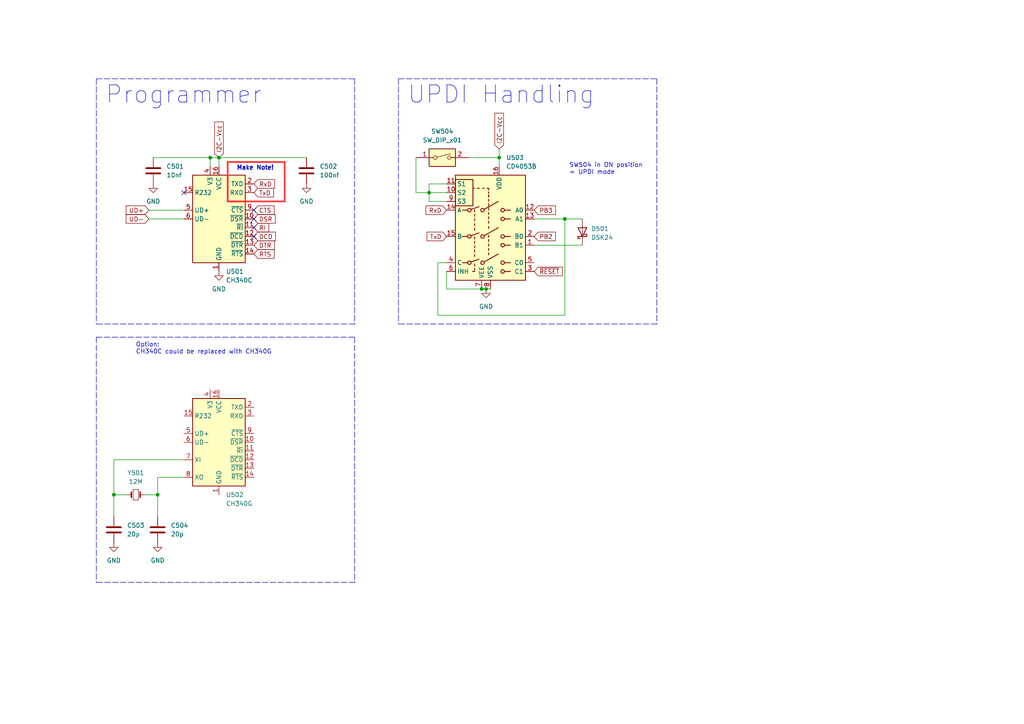
<source format=kicad_sch>
(kicad_sch (version 20211123) (generator eeschema)
  (paper "A4")
  (lib_symbols
    (symbol "Analog_Switch:CD4053B"
      (property "Reference" "U" (at -10.16 16.51 0))
      (property "Value" "CD4053B" (at 3.81 16.51 0))
      (symbol "CD4053B_0_1"
        (rectangle (start -10.16 6.35) (end -5.08 13.97) (stroke (width 0.254)))
        (rectangle (start -10.16 15.24) (end 10.16 -15.24) (stroke (width 0.254)) (fill (type background)))
        (circle (center -6.096 -10.16) (radius 0.508) (stroke (width 0.254)))
        (circle (center -6.096 -2.54) (radius 0.508) (stroke (width 0.254)))
        (circle (center -6.096 5.08) (radius 0.508) (stroke (width 0.254)))
        (circle (center -2.286 -10.16) (radius 0.508) (stroke (width 0.254)))
        (circle (center -2.286 -2.54) (radius 0.508) (stroke (width 0.254)))
        (circle (center -2.286 5.08) (radius 0.508) (stroke (width 0.254)))
        (polyline (pts (xy -8.128 -10.16) (xy -6.604 -10.16)) (stroke (width 0.254)))
        (polyline (pts (xy -8.128 -2.54) (xy -6.604 -2.54)) (stroke (width 0.254)))
        (polyline (pts (xy -8.128 5.08) (xy -6.604 5.08)) (stroke (width 0.254)))
        (polyline (pts (xy -5.588 -9.906) (xy -3.302 -9.144)) (stroke (width 0.254)))
        (polyline (pts (xy -5.588 -2.286) (xy -3.302 -1.524)) (stroke (width 0.254)))
        (polyline (pts (xy -5.588 5.334) (xy -3.302 6.096)) (stroke (width 0.254)))
        (polyline (pts (xy -4.572 -12.7) (xy -5.207 -12.7)) (stroke (width 0.254)))
        (polyline (pts (xy -4.572 -12.446) (xy -4.572 -11.811)) (stroke (width 0.254)))
        (polyline (pts (xy -4.572 -11.176) (xy -4.572 -10.541)) (stroke (width 0.254)))
        (polyline (pts (xy -4.572 -8.382) (xy -4.572 -7.747)) (stroke (width 0.254)))
        (polyline (pts (xy -4.572 -7.112) (xy -4.572 -6.477)) (stroke (width 0.254)))
        (polyline (pts (xy -4.572 -5.842) (xy -4.572 -5.207)) (stroke (width 0.254)))
        (polyline (pts (xy -4.572 -4.572) (xy -4.572 -3.937)) (stroke (width 0.254)))
        (polyline (pts (xy -4.572 -3.302) (xy -4.572 -2.667)) (stroke (width 0.254)))
        (polyline (pts (xy -4.572 -0.762) (xy -4.572 -0.127)) (stroke (width 0.254)))
        (polyline (pts (xy -4.572 0.508) (xy -4.572 1.143)) (stroke (width 0.254)))
        (polyline (pts (xy -4.572 2.032) (xy -4.572 2.667)) (stroke (width 0.254)))
        (polyline (pts (xy -4.572 3.302) (xy -4.572 3.937)) (stroke (width 0.254)))
        (polyline (pts (xy -4.572 4.572) (xy -4.572 5.207)) (stroke (width 0.254)))
        (polyline (pts (xy -4.572 11.43) (xy -5.08 11.43)) (stroke (width 0.254)))
        (polyline (pts (xy -3.81 11.43) (xy -3.175 11.43)) (stroke (width 0.254)))
        (polyline (pts (xy -1.778 -9.906) (xy 2.286 -7.62)) (stroke (width 0.254)))
        (polyline (pts (xy -1.778 -2.286) (xy 2.286 0)) (stroke (width 0.254)))
        (polyline (pts (xy -1.778 5.334) (xy 2.286 7.62)) (stroke (width 0.254)))
        (polyline (pts (xy -1.778 11.43) (xy -2.286 11.43)) (stroke (width 0.254)))
        (polyline (pts (xy -0.508 -7.874) (xy -0.508 -7.239)) (stroke (width 0.254)))
        (polyline (pts (xy -0.508 -6.604) (xy -0.508 -5.969)) (stroke (width 0.254)))
        (polyline (pts (xy -0.508 -5.334) (xy -0.508 -4.699)) (stroke (width 0.254)))
        (polyline (pts (xy -0.508 -4.064) (xy -0.508 -3.429)) (stroke (width 0.254)))
        (polyline (pts (xy -0.508 -2.794) (xy -0.508 -2.159)) (stroke (width 0.254)))
        (polyline (pts (xy -0.508 -0.254) (xy -0.508 0.381)) (stroke (width 0.254)))
        (polyline (pts (xy -0.508 1.27) (xy -0.508 1.905)) (stroke (width 0.254)))
        (polyline (pts (xy -0.508 2.54) (xy -0.508 3.175)) (stroke (width 0.254)))
        (polyline (pts (xy -0.508 3.81) (xy -0.508 4.445)) (stroke (width 0.254)))
        (polyline (pts (xy -0.508 5.08) (xy -0.508 5.715)) (stroke (width 0.254)))
        (polyline (pts (xy -0.508 6.35) (xy -0.508 6.985)) (stroke (width 0.254)))
        (polyline (pts (xy -0.508 7.62) (xy -0.508 8.255)) (stroke (width 0.254)))
        (polyline (pts (xy -0.508 8.89) (xy -0.508 9.398)) (stroke (width 0.254)))
        (polyline (pts (xy -0.508 8.89) (xy -0.508 9.525)) (stroke (width 0.254)))
        (polyline (pts (xy -0.508 9.906) (xy -0.508 10.414)) (stroke (width 0.254)))
        (polyline (pts (xy -0.508 10.922) (xy -0.508 11.43)) (stroke (width 0.254)))
        (polyline (pts (xy -0.508 11.43) (xy -1.016 11.43)) (stroke (width 0.254)))
        (polyline (pts (xy 4.064 -12.7) (xy 5.842 -12.7)) (stroke (width 0.254)))
        (polyline (pts (xy 4.064 -10.16) (xy 5.842 -10.16)) (stroke (width 0.254)))
        (polyline (pts (xy 4.064 -5.08) (xy 5.842 -5.08)) (stroke (width 0.254)))
        (polyline (pts (xy 4.064 -2.54) (xy 5.842 -2.54)) (stroke (width 0.254)))
        (polyline (pts (xy 4.064 2.54) (xy 5.842 2.54)) (stroke (width 0.254)))
        (polyline (pts (xy 4.064 5.08) (xy 5.842 5.08)) (stroke (width 0.254)))
        (circle (center 3.556 -12.7) (radius 0.508) (stroke (width 0.254)))
        (circle (center 3.556 -10.16) (radius 0.508) (stroke (width 0.254)))
        (circle (center 3.556 -5.08) (radius 0.508) (stroke (width 0.254)))
        (circle (center 3.556 -2.54) (radius 0.508) (stroke (width 0.254)))
        (circle (center 3.556 2.54) (radius 0.508) (stroke (width 0.254)))
        (circle (center 3.556 5.08) (radius 0.508) (stroke (width 0.254)))
      )
      (symbol "CD4053B_1_1"
        (pin bidirectional line (at 12.7 -5.08 180) (length 2.54) (name "B1") (number "1"))
        (pin input line (at -12.7 10.16 0) (length 2.54) (name "S2") (number "10"))
        (pin input line (at -12.7 12.7 0) (length 2.54) (name "S1") (number "11"))
        (pin bidirectional line (at 12.7 5.08 180) (length 2.54) (name "A0") (number "12"))
        (pin bidirectional line (at 12.7 2.54 180) (length 2.54) (name "A1") (number "13"))
        (pin bidirectional line (at -12.7 5.08 0) (length 2.54) (name "A") (number "14"))
        (pin bidirectional line (at -12.7 -2.54 0) (length 2.54) (name "B") (number "15"))
        (pin power_in line (at 2.54 17.78 270) (length 2.54) (name "VDD") (number "16"))
        (pin bidirectional line (at 12.7 -2.54 180) (length 2.54) (name "B0") (number "2"))
        (pin bidirectional line (at 12.7 -12.7 180) (length 2.54) (name "C1") (number "3"))
        (pin bidirectional line (at -12.7 -10.16 0) (length 2.54) (name "C") (number "4"))
        (pin bidirectional line (at 12.7 -10.16 180) (length 2.54) (name "C0") (number "5"))
        (pin input line (at -12.7 -12.7 0) (length 2.54) (name "INH") (number "6"))
        (pin power_in line (at -2.54 -17.78 90) (length 2.54) (name "VEE") (number "7"))
        (pin power_in line (at 0 -17.78 90) (length 2.54) (name "VSS") (number "8"))
        (pin input line (at -12.7 7.62 0) (length 2.54) (name "S3") (number "9"))
      )
    )
    (symbol "Device:C" (pin_numbers hide) (pin_names (offset 0.254))
      (property "Reference" "C" (at 0.635 2.54 0))
      (property "Value" "C" (at 0.635 -2.54 0))
      (symbol "C_0_1"
        (polyline (pts (xy -2.032 -0.762) (xy 2.032 -0.762)) (stroke (width 0.508)))
        (polyline (pts (xy -2.032 0.762) (xy 2.032 0.762)) (stroke (width 0.508)))
      )
      (symbol "C_1_1"
        (pin passive line (at 0 3.81 270) (length 2.794) (name "~") (number "1"))
        (pin passive line (at 0 -3.81 90) (length 2.794) (name "~") (number "2"))
      )
    )
    (symbol "Device:Crystal_Small" (pin_numbers hide) (pin_names (offset 1.016) hide)
      (property "Reference" "Y" (at 0 2.54 0))
      (property "Value" "Crystal_Small" (at 0 -2.54 0))
      (symbol "Crystal_Small_0_1"
        (rectangle (start -0.762 -1.524) (end 0.762 1.524))
        (polyline (pts (xy -1.27 -0.762) (xy -1.27 0.762)) (stroke (width 0.381)))
        (polyline (pts (xy 1.27 -0.762) (xy 1.27 0.762)) (stroke (width 0.381)))
      )
      (symbol "Crystal_Small_1_1"
        (pin passive line (at -2.54 0 0) (length 1.27) (name "1") (number "1"))
        (pin passive line (at 2.54 0 180) (length 1.27) (name "2") (number "2"))
      )
    )
    (symbol "Device:D_Schottky" (pin_numbers hide) (pin_names (offset 1.016) hide)
      (property "Reference" "D" (at 0 2.54 0))
      (property "Value" "D_Schottky" (at 0 -2.54 0))
      (symbol "D_Schottky_0_1"
        (polyline (pts (xy 1.27 0) (xy -1.27 0)))
        (polyline (pts (xy 1.27 1.27) (xy 1.27 -1.27) (xy -1.27 0) (xy 1.27 1.27)) (stroke (width 0.254)))
        (polyline (pts (xy -1.905 0.635) (xy -1.905 1.27) (xy -1.27 1.27) (xy -1.27 -1.27) (xy -0.635 -1.27) (xy -0.635 -0.635)) (stroke (width 0.254)))
      )
      (symbol "D_Schottky_1_1"
        (pin passive line (at -3.81 0 0) (length 2.54) (name "K") (number "1"))
        (pin passive line (at 3.81 0 180) (length 2.54) (name "A") (number "2"))
      )
    )
    (symbol "Interface_USB:CH340C"
      (property "Reference" "U" (at -5.08 13.97 0))
      (property "Value" "CH340C" (at 1.27 13.97 0))
      (symbol "CH340C_0_1"
        (rectangle (start -7.62 12.7) (end 7.62 -12.7) (stroke (width 0.254)) (fill (type background)))
      )
      (symbol "CH340C_1_1"
        (pin power_in line (at 0 -15.24 90) (length 2.54) (name "GND") (number "1"))
        (pin input line (at 10.16 0 180) (length 2.54) (name "~{DSR}") (number "10"))
        (pin input line (at 10.16 -2.54 180) (length 2.54) (name "~{RI}") (number "11"))
        (pin input line (at 10.16 -5.08 180) (length 2.54) (name "~{DCD}") (number "12"))
        (pin output line (at 10.16 -7.62 180) (length 2.54) (name "~{DTR}") (number "13"))
        (pin output line (at 10.16 -10.16 180) (length 2.54) (name "~{RTS}") (number "14"))
        (pin input line (at -10.16 7.62 0) (length 2.54) (name "R232") (number "15"))
        (pin power_in line (at 0 15.24 270) (length 2.54) (name "VCC") (number "16"))
        (pin output line (at 10.16 10.16 180) (length 2.54) (name "TXD") (number "2"))
        (pin input line (at 10.16 7.62 180) (length 2.54) (name "RXD") (number "3"))
        (pin passive line (at -2.54 15.24 270) (length 2.54) (name "V3") (number "4"))
        (pin bidirectional line (at -10.16 2.54 0) (length 2.54) (name "UD+") (number "5"))
        (pin bidirectional line (at -10.16 0 0) (length 2.54) (name "UD-") (number "6"))
        (pin no_connect line (at -7.62 -7.62 0) (length 2.54) hide (name "NC") (number "7"))
        (pin no_connect line (at -7.62 -10.16 0) (length 2.54) hide (name "NC") (number "8"))
        (pin input line (at 10.16 2.54 180) (length 2.54) (name "~{CTS}") (number "9"))
      )
    )
    (symbol "Interface_USB:CH340G"
      (property "Reference" "U" (at -5.08 13.97 0))
      (property "Value" "CH340G" (at 1.27 13.97 0))
      (symbol "CH340G_0_1"
        (rectangle (start -7.62 12.7) (end 7.62 -12.7) (stroke (width 0.254)) (fill (type background)))
      )
      (symbol "CH340G_1_1"
        (pin power_in line (at 0 -15.24 90) (length 2.54) (name "GND") (number "1"))
        (pin input line (at 10.16 0 180) (length 2.54) (name "~{DSR}") (number "10"))
        (pin input line (at 10.16 -2.54 180) (length 2.54) (name "~{RI}") (number "11"))
        (pin input line (at 10.16 -5.08 180) (length 2.54) (name "~{DCD}") (number "12"))
        (pin output line (at 10.16 -7.62 180) (length 2.54) (name "~{DTR}") (number "13"))
        (pin output line (at 10.16 -10.16 180) (length 2.54) (name "~{RTS}") (number "14"))
        (pin input line (at -10.16 7.62 0) (length 2.54) (name "R232") (number "15"))
        (pin power_in line (at 0 15.24 270) (length 2.54) (name "VCC") (number "16"))
        (pin output line (at 10.16 10.16 180) (length 2.54) (name "TXD") (number "2"))
        (pin input line (at 10.16 7.62 180) (length 2.54) (name "RXD") (number "3"))
        (pin passive line (at -2.54 15.24 270) (length 2.54) (name "V3") (number "4"))
        (pin bidirectional line (at -10.16 2.54 0) (length 2.54) (name "UD+") (number "5"))
        (pin bidirectional line (at -10.16 0 0) (length 2.54) (name "UD-") (number "6"))
        (pin input line (at -10.16 -5.08 0) (length 2.54) (name "XI") (number "7"))
        (pin output line (at -10.16 -10.16 0) (length 2.54) (name "XO") (number "8"))
        (pin input line (at 10.16 2.54 180) (length 2.54) (name "~{CTS}") (number "9"))
      )
    )
    (symbol "Switch:SW_DIP_x01" (pin_names (offset 0) hide)
      (property "Reference" "SW" (at 0 3.81 0))
      (property "Value" "SW_DIP_x01" (at 0 -3.81 0))
      (symbol "SW_DIP_x01_0_0"
        (circle (center -2.032 0) (radius 0.508))
        (polyline (pts (xy -1.524 0.127) (xy 2.3622 1.1684)))
        (circle (center 2.032 0) (radius 0.508))
      )
      (symbol "SW_DIP_x01_0_1"
        (rectangle (start -3.81 2.54) (end 3.81 -2.54) (stroke (width 0.254)) (fill (type background)))
      )
      (symbol "SW_DIP_x01_1_1"
        (pin passive line (at -7.62 0 0) (length 5.08) (name "~") (number "1"))
        (pin passive line (at 7.62 0 180) (length 5.08) (name "~") (number "2"))
      )
    )
    (symbol "power:GND" (power) (pin_names (offset 0))
      (property "Value" "GND" (at 0 -3.81 0))
      (symbol "GND_0_1"
        (polyline (pts (xy 0 0) (xy 0 -1.27) (xy 1.27 -1.27) (xy 0 -2.54) (xy -1.27 -1.27) (xy 0 -1.27)))
      )
      (symbol "GND_1_1"
        (pin power_in line (at 0 0 270) (length 0) hide (name "GND") (number "1"))
      )
    )
  )
  (junction (at 140.97 83.82))
  (junction (at 45.72 143.51))
  (junction (at 163.83 63.5))
  (junction (at 63.5 45.72))
  (junction (at 124.46 55.88))
  (junction (at 60.96 45.72))
  (junction (at 139.7 83.82))
  (junction (at 33.02 143.51))
  (junction (at 144.78 45.72))
  (no_connect (at 53.34 55.88))
  (no_connect (at 73.66 68.58))
  (no_connect (at 73.66 63.5))
  (no_connect (at 73.66 66.04))
  (no_connect (at 73.66 60.96))
  (wire (pts (xy 135.89 45.72) (xy 144.78 45.72)))
  (wire (pts (xy 43.18 63.5) (xy 53.34 63.5)))
  (wire (pts (xy 63.5 45.72) (xy 63.5 48.26)))
  (wire (pts (xy 124.46 55.88) (xy 129.54 55.88)))
  (wire (pts (xy 139.7 83.82) (xy 140.97 83.82)))
  (wire (pts (xy 33.02 133.35) (xy 53.34 133.35)))
  (wire (pts (xy 154.94 71.12) (xy 168.91 71.12)))
  (wire (pts (xy 36.83 143.51) (xy 33.02 143.51)))
  (polyline (pts (xy 102.87 168.91) (xy 27.94 168.91)))
  (wire (pts (xy 53.34 138.43) (xy 45.72 138.43)))
  (wire (pts (xy 43.18 60.96) (xy 53.34 60.96)))
  (polyline (pts (xy 190.5 22.86) (xy 190.5 93.98)))
  (wire (pts (xy 124.46 55.88) (xy 124.46 53.34)))
  (wire (pts (xy 144.78 45.72) (xy 144.78 48.26)))
  (polyline (pts (xy 102.87 93.98) (xy 27.94 93.98)))
  (polyline (pts (xy 102.87 22.86) (xy 102.87 93.98)))
  (wire (pts (xy 120.65 45.72) (xy 120.65 55.88)))
  (polyline (pts (xy 27.94 97.79) (xy 27.94 168.91)))
  (polyline (pts (xy 82.55 46.99) (xy 82.55 58.42)) (stroke (width 0.5) (type solid) (color 255 48 46 1)))
  (polyline (pts (xy 115.57 22.86) (xy 190.5 22.86)))
  (wire (pts (xy 154.94 63.5) (xy 163.83 63.5)))
  (wire (pts (xy 163.83 63.5) (xy 168.91 63.5)))
  (wire (pts (xy 124.46 53.34) (xy 129.54 53.34)))
  (polyline (pts (xy 66.04 46.99) (xy 66.04 58.42)) (stroke (width 0.5) (type solid) (color 255 48 46 1)))
  (wire (pts (xy 45.72 143.51) (xy 45.72 149.86)))
  (polyline (pts (xy 27.94 22.86) (xy 27.94 93.98)))
  (wire (pts (xy 120.65 55.88) (xy 124.46 55.88)))
  (wire (pts (xy 33.02 133.35) (xy 33.02 143.51)))
  (wire (pts (xy 129.54 58.42) (xy 124.46 58.42)))
  (wire (pts (xy 127 91.44) (xy 127 76.2)))
  (wire (pts (xy 163.83 63.5) (xy 163.83 91.44)))
  (wire (pts (xy 33.02 143.51) (xy 33.02 149.86)))
  (wire (pts (xy 163.83 91.44) (xy 127 91.44)))
  (wire (pts (xy 63.5 45.72) (xy 88.9 45.72)))
  (polyline (pts (xy 66.04 58.42) (xy 82.55 58.42)) (stroke (width 0.5) (type solid) (color 255 48 46 1)))
  (polyline (pts (xy 102.87 97.79) (xy 102.87 168.91)))
  (wire (pts (xy 60.96 48.26) (xy 60.96 45.72)))
  (polyline (pts (xy 27.94 97.79) (xy 102.87 97.79)))
  (polyline (pts (xy 82.55 46.99) (xy 66.04 46.99)) (stroke (width 0.5) (type solid) (color 255 48 46 1)))
  (wire (pts (xy 129.54 78.74) (xy 129.54 83.82)))
  (wire (pts (xy 60.96 45.72) (xy 63.5 45.72)))
  (polyline (pts (xy 27.94 22.86) (xy 102.87 22.86)))
  (wire (pts (xy 127 76.2) (xy 129.54 76.2)))
  (wire (pts (xy 41.91 143.51) (xy 45.72 143.51)))
  (wire (pts (xy 144.78 43.18) (xy 144.78 45.72)))
  (wire (pts (xy 60.96 45.72) (xy 44.45 45.72)))
  (wire (pts (xy 124.46 58.42) (xy 124.46 55.88)))
  (polyline (pts (xy 115.57 22.86) (xy 115.57 93.98)))
  (wire (pts (xy 129.54 83.82) (xy 139.7 83.82)))
  (polyline (pts (xy 190.5 93.98) (xy 115.57 93.98)))
  (wire (pts (xy 140.97 83.82) (xy 142.24 83.82)))
  (wire (pts (xy 45.72 138.43) (xy 45.72 143.51)))
  (text "UPDI Handling" (at 118.11 30.48 0) (effects (font (size 5 5)) (justify left bottom)))
  (text "Option:\nCH340C could be replaced with CH340G" (at 39.37 102.87 0) (effects (font (size 1.27 1.27)) (justify left bottom)))
  (text "Make Note!" (at 68.58 49.53 0) (effects (font (size 1.27 1.27) (thickness 0.254) bold) (justify left bottom)))
  (text "Programmer" (at 30.48 30.48 0) (effects (font (size 5 5)) (justify left bottom)))
  (text "SW504 in ON position\n= UPDI mode" (at 165.1 50.8 0) (effects (font (size 1.27 1.27)) (justify left bottom)))
  (global_label "I2C-Vcc" (shape input) (at 63.5 45.72 90) (property "Intersheet References" "${INTERSHEET_REFS}" (effects hide)))
  (global_label "RxD" (shape input) (at 129.54 60.96 180) (property "Intersheet References" "${INTERSHEET_REFS}" (effects hide)))
  (global_label "RxD" (shape input) (at 73.66 53.34 0) (property "Intersheet References" "${INTERSHEET_REFS}" (effects hide)))
  (global_label "I2C-Vcc" (shape input) (at 144.78 43.18 90) (property "Intersheet References" "${INTERSHEET_REFS}" (effects hide)))
  (global_label "CTS" (shape input) (at 73.66 60.96 0) (property "Intersheet References" "${INTERSHEET_REFS}" (effects hide)))
  (global_label "RTS" (shape input) (at 73.66 73.66 0) (property "Intersheet References" "${INTERSHEET_REFS}" (effects hide)))
  (global_label "UD-" (shape input) (at 43.18 63.5 180) (property "Intersheet References" "${INTERSHEET_REFS}" (effects hide)))
  (global_label "~{RESET}" (shape input) (at 154.94 78.74 0) (property "Intersheet References" "${INTERSHEET_REFS}" (effects hide)))
  (global_label "PB2" (shape input) (at 154.94 68.58 0) (property "Intersheet References" "${INTERSHEET_REFS}" (effects hide)))
  (global_label "PB3" (shape input) (at 154.94 60.96 0) (property "Intersheet References" "${INTERSHEET_REFS}" (effects hide)))
  (global_label "TxD" (shape input) (at 129.54 68.58 180) (property "Intersheet References" "${INTERSHEET_REFS}" (effects hide)))
  (global_label "DCD" (shape input) (at 73.66 68.58 0) (property "Intersheet References" "${INTERSHEET_REFS}" (effects hide)))
  (global_label "DTR" (shape input) (at 73.66 71.12 0) (property "Intersheet References" "${INTERSHEET_REFS}" (effects hide)))
  (global_label "DSR" (shape input) (at 73.66 63.5 0) (property "Intersheet References" "${INTERSHEET_REFS}" (effects hide)))
  (global_label "TxD" (shape input) (at 73.66 55.88 0) (property "Intersheet References" "${INTERSHEET_REFS}" (effects hide)))
  (global_label "RI" (shape input) (at 73.66 66.04 0) (property "Intersheet References" "${INTERSHEET_REFS}" (effects hide)))
  (global_label "UD+" (shape input) (at 43.18 60.96 180) (property "Intersheet References" "${INTERSHEET_REFS}" (effects hide)))
  (symbol (lib_id "power:GND") (at 45.72 157.48 0) (unit 1)
    (property "Reference" "#PWR05" (effects hide))
    (property "Value" "GND" (at 45.72 162.56 0))
  )
  (symbol (lib_id "Device:C") (at 44.45 49.53 0) (unit 1)
    (property "Reference" "C501" (at 48.26 48.2599 0) (effects (justify left)))
    (property "Value" "10nf" (at 48.26 50.7999 0) (effects (justify left)))
    (property "Footprint" "Capacitor_SMD:C_0603_1608Metric" (effects hide))
    (property "LCSC" "C161232" (effects hide))
  )
  (symbol (lib_id "Interface_USB:CH340C") (at 63.5 63.5 0) (unit 1)
    (property "Reference" "U501" (at 65.5194 78.74 0) (effects (justify left)))
    (property "Value" "CH340C" (at 65.5194 81.28 0) (effects (justify left)))
    (property "Footprint" "Package_SO:SOIC-16_3.9x9.9mm_P1.27mm" (effects hide))
    (property "Datasheet" "https://datasheet.lcsc.com/szlcsc/Jiangsu-Qin-Heng-CH340C_C84681.pdf" (effects hide))
  )
  (symbol (lib_id "Interface_USB:CH340G") (at 63.5 128.27 0) (unit 1) (on_board no)
    (property "Reference" "U502" (at 65.5194 143.51 0) (effects (justify left)))
    (property "Value" "CH340G" (at 65.5194 146.05 0) (effects (justify left)))
    (property "Footprint" "Package_SO:SOIC-16_3.9x9.9mm_P1.27mm" (effects hide))
    (property "Datasheet" "http://www.datasheet5.com/pdf-local-2195953" (effects hide))
    (property "LCSC" "C14267" (effects hide))
  )
  (symbol (lib_id "Device:Crystal_Small") (at 39.37 143.51 0) (unit 1) (on_board no)
    (property "Reference" "Y501" (at 39.37 137.16 0))
    (property "Value" "12M" (at 39.37 139.7 0))
    (property "Footprint" "Crystal:Crystal_SMD_5032-2Pin_5.0x3.2mm" (effects hide))
    (property "LCSC" "C2842275" (effects hide))
  )
  (symbol (lib_id "Analog_Switch:CD4053B") (at 142.24 66.04 0) (unit 1)
    (property "Reference" "U503" (at 146.7994 45.72 0) (effects (justify left)))
    (property "Value" "CD4053B" (at 146.7994 48.26 0) (effects (justify left)))
    (property "Footprint" "Package_SO:TSSOP-16_4.4x5mm_P0.65mm" (effects hide))
    (property "Datasheet" "http://www.ti.com/lit/ds/symlink/cd4052b.pdf" (effects hide))
  )
  (symbol (lib_id "Device:C") (at 45.72 153.67 0) (unit 1) (on_board no)
    (property "Reference" "C504" (at 49.53 152.3999 0) (effects (justify left)))
    (property "Value" "20p" (at 49.53 154.9399 0) (effects (justify left)))
    (property "Footprint" "Tinker:C_0603_1608Metric_Pad1.08x0.95mm_HandSolder" (effects hide))
    (property "LCSC" "C408549 (20pf C325469)" (effects hide))
  )
  (symbol (lib_id "power:GND") (at 44.45 53.34 0) (unit 1)
    (property "Reference" "#PWR01" (effects hide))
    (property "Value" "GND" (at 44.45 58.42 0))
  )
  (symbol (lib_id "power:GND") (at 33.02 157.48 0) (unit 1)
    (property "Reference" "#PWR04" (effects hide))
    (property "Value" "GND" (at 33.02 162.56 0))
  )
  (symbol (lib_id "Device:C") (at 88.9 49.53 0) (unit 1)
    (property "Reference" "C502" (at 92.71 48.2599 0) (effects (justify left)))
    (property "Value" "100nf" (at 92.71 50.7999 0) (effects (justify left)))
    (property "Footprint" "Capacitor_SMD:C_0603_1608Metric" (effects hide))
    (property "LCSC" "C235731" (effects hide))
  )
  (symbol (lib_id "Device:D_Schottky") (at 168.91 67.31 90) (unit 1)
    (property "Reference" "D501" (at 171.45 66.3574 90) (effects (justify right)))
    (property "Value" "DSK24" (at 171.45 68.8974 90) (effects (justify right)))
    (property "Footprint" "Diode_SMD:D_SOD-123" (effects hide))
    (property "LCSC" "C908229" (effects hide))
  )
  (symbol (lib_id "Switch:SW_DIP_x01") (at 128.27 45.72 0) (unit 1)
    (property "Reference" "SW504" (at 128.27 38.1 0))
    (property "Value" "SW_DIP_x01" (at 128.27 40.64 0))
    (property "Footprint" "tinker:SW_DIP_SPSTx01_Slide_6.7x4.1mm_W7.62mm_P2.54mm_LowProfile" (effects hide))
  )
  (symbol (lib_id "power:GND") (at 63.5 78.74 0) (unit 1)
    (property "Reference" "#PWR03" (effects hide))
    (property "Value" "GND" (at 63.5 83.82 0))
  )
  (symbol (lib_id "Device:C") (at 33.02 153.67 0) (unit 1) (on_board no)
    (property "Reference" "C503" (at 36.83 152.3999 0) (effects (justify left)))
    (property "Value" "20p" (at 36.83 154.9399 0) (effects (justify left)))
    (property "Footprint" "Tinker:C_0603_1608Metric_Pad1.08x0.95mm_HandSolder" (effects hide))
    (property "LCSC" "C408549 (20pf C325469)" (effects hide))
  )
  (symbol (lib_id "power:GND") (at 140.97 83.82 0) (unit 1)
    (property "Reference" "#PWR0104" (effects hide))
    (property "Value" "GND" (at 140.97 88.9 0))
  )
  (symbol (lib_id "power:GND") (at 88.9 53.34 0) (unit 1)
    (property "Reference" "#PWR02" (effects hide))
    (property "Value" "GND" (at 88.9 58.42 0))
  )
)
</source>
